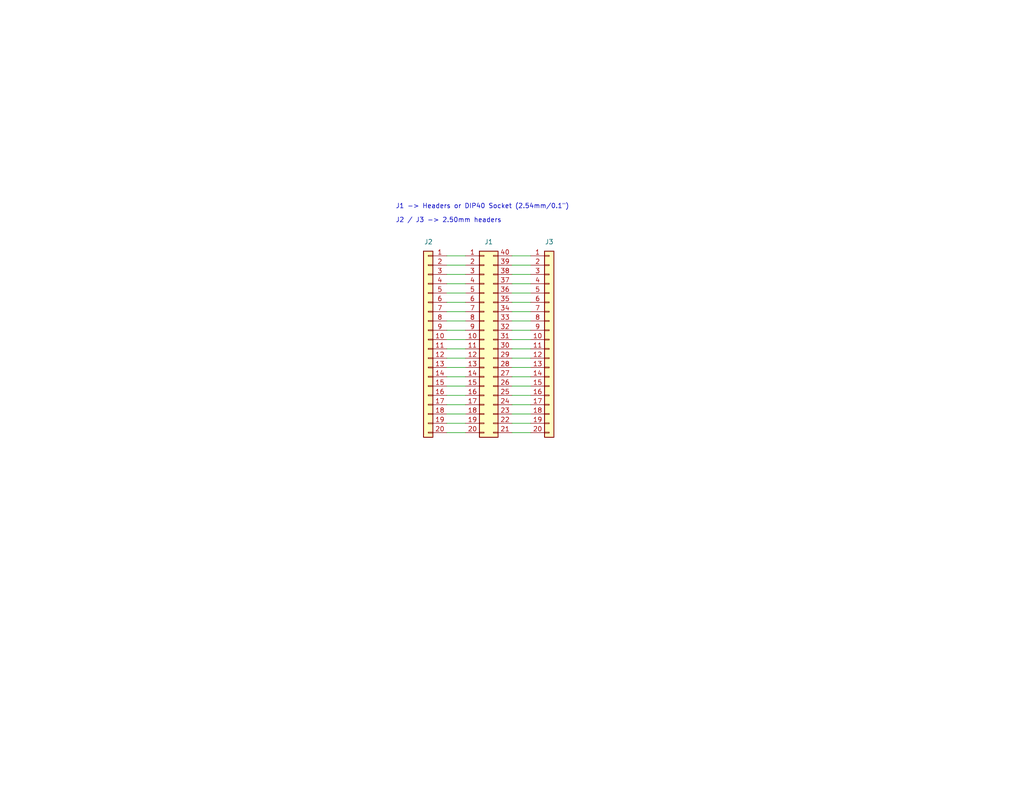
<source format=kicad_sch>
(kicad_sch (version 20230121) (generator eeschema)
  (paper "USLetter")
  (title_block (title "40 Pins 2.50mm to 2.54mm Adapter PCB") (rev "0"))
  (lib_symbols
    (symbol "Connector_Generic:Conn_01x20" (pin_names (offset 1.016) hide)
      (property "Reference" "J" (at 0 25.4 0))
      (property "Value" "Conn_01x20" (at 0 -27.94 0))
      (symbol "Conn_01x20_1_1"
        (rectangle (start -1.27 -25.273) (end 0 -25.527) (stroke (width 0.1524)))
        (rectangle (start -1.27 -22.733) (end 0 -22.987) (stroke (width 0.1524)))
        (rectangle (start -1.27 -20.193) (end 0 -20.447) (stroke (width 0.1524)))
        (rectangle (start -1.27 -17.653) (end 0 -17.907) (stroke (width 0.1524)))
        (rectangle (start -1.27 -15.113) (end 0 -15.367) (stroke (width 0.1524)))
        (rectangle (start -1.27 -12.573) (end 0 -12.827) (stroke (width 0.1524)))
        (rectangle (start -1.27 -10.033) (end 0 -10.287) (stroke (width 0.1524)))
        (rectangle (start -1.27 -7.493) (end 0 -7.747) (stroke (width 0.1524)))
        (rectangle (start -1.27 -4.953) (end 0 -5.207) (stroke (width 0.1524)))
        (rectangle (start -1.27 -2.413) (end 0 -2.667) (stroke (width 0.1524)))
        (rectangle (start -1.27 0.127) (end 0 -0.127) (stroke (width 0.1524)))
        (rectangle (start -1.27 2.667) (end 0 2.413) (stroke (width 0.1524)))
        (rectangle (start -1.27 5.207) (end 0 4.953) (stroke (width 0.1524)))
        (rectangle (start -1.27 7.747) (end 0 7.493) (stroke (width 0.1524)))
        (rectangle (start -1.27 10.287) (end 0 10.033) (stroke (width 0.1524)))
        (rectangle (start -1.27 12.827) (end 0 12.573) (stroke (width 0.1524)))
        (rectangle (start -1.27 15.367) (end 0 15.113) (stroke (width 0.1524)))
        (rectangle (start -1.27 17.907) (end 0 17.653) (stroke (width 0.1524)))
        (rectangle (start -1.27 20.447) (end 0 20.193) (stroke (width 0.1524)))
        (rectangle (start -1.27 22.987) (end 0 22.733) (stroke (width 0.1524)))
        (rectangle (start -1.27 24.13) (end 1.27 -26.67) (stroke (width 0.254)) (fill (type background)))
        (pin passive line (at -5.08 22.86 0) (length 3.81) (name "Pin_1") (number "1"))
        (pin passive line (at -5.08 0 0) (length 3.81) (name "Pin_10") (number "10"))
        (pin passive line (at -5.08 -2.54 0) (length 3.81) (name "Pin_11") (number "11"))
        (pin passive line (at -5.08 -5.08 0) (length 3.81) (name "Pin_12") (number "12"))
        (pin passive line (at -5.08 -7.62 0) (length 3.81) (name "Pin_13") (number "13"))
        (pin passive line (at -5.08 -10.16 0) (length 3.81) (name "Pin_14") (number "14"))
        (pin passive line (at -5.08 -12.7 0) (length 3.81) (name "Pin_15") (number "15"))
        (pin passive line (at -5.08 -15.24 0) (length 3.81) (name "Pin_16") (number "16"))
        (pin passive line (at -5.08 -17.78 0) (length 3.81) (name "Pin_17") (number "17"))
        (pin passive line (at -5.08 -20.32 0) (length 3.81) (name "Pin_18") (number "18"))
        (pin passive line (at -5.08 -22.86 0) (length 3.81) (name "Pin_19") (number "19"))
        (pin passive line (at -5.08 20.32 0) (length 3.81) (name "Pin_2") (number "2"))
        (pin passive line (at -5.08 -25.4 0) (length 3.81) (name "Pin_20") (number "20"))
        (pin passive line (at -5.08 17.78 0) (length 3.81) (name "Pin_3") (number "3"))
        (pin passive line (at -5.08 15.24 0) (length 3.81) (name "Pin_4") (number "4"))
        (pin passive line (at -5.08 12.7 0) (length 3.81) (name "Pin_5") (number "5"))
        (pin passive line (at -5.08 10.16 0) (length 3.81) (name "Pin_6") (number "6"))
        (pin passive line (at -5.08 7.62 0) (length 3.81) (name "Pin_7") (number "7"))
        (pin passive line (at -5.08 5.08 0) (length 3.81) (name "Pin_8") (number "8"))
        (pin passive line (at -5.08 2.54 0) (length 3.81) (name "Pin_9") (number "9"))
      )
    )
    (symbol "Connector_Generic:Conn_02x20_Counter_Clockwise" (pin_names (offset 1.016) hide)
      (property "Reference" "J" (at 1.27 25.4 0))
      (property "Value" "Conn_02x20_Counter_Clockwise" (at 1.27 -27.94 0))
      (symbol "Conn_02x20_Counter_Clockwise_1_1"
        (rectangle (start -1.27 -25.273) (end 0 -25.527) (stroke (width 0.1524)))
        (rectangle (start -1.27 -22.733) (end 0 -22.987) (stroke (width 0.1524)))
        (rectangle (start -1.27 -20.193) (end 0 -20.447) (stroke (width 0.1524)))
        (rectangle (start -1.27 -17.653) (end 0 -17.907) (stroke (width 0.1524)))
        (rectangle (start -1.27 -15.113) (end 0 -15.367) (stroke (width 0.1524)))
        (rectangle (start -1.27 -12.573) (end 0 -12.827) (stroke (width 0.1524)))
        (rectangle (start -1.27 -10.033) (end 0 -10.287) (stroke (width 0.1524)))
        (rectangle (start -1.27 -7.493) (end 0 -7.747) (stroke (width 0.1524)))
        (rectangle (start -1.27 -4.953) (end 0 -5.207) (stroke (width 0.1524)))
        (rectangle (start -1.27 -2.413) (end 0 -2.667) (stroke (width 0.1524)))
        (rectangle (start -1.27 0.127) (end 0 -0.127) (stroke (width 0.1524)))
        (rectangle (start -1.27 2.667) (end 0 2.413) (stroke (width 0.1524)))
        (rectangle (start -1.27 5.207) (end 0 4.953) (stroke (width 0.1524)))
        (rectangle (start -1.27 7.747) (end 0 7.493) (stroke (width 0.1524)))
        (rectangle (start -1.27 10.287) (end 0 10.033) (stroke (width 0.1524)))
        (rectangle (start -1.27 12.827) (end 0 12.573) (stroke (width 0.1524)))
        (rectangle (start -1.27 15.367) (end 0 15.113) (stroke (width 0.1524)))
        (rectangle (start -1.27 17.907) (end 0 17.653) (stroke (width 0.1524)))
        (rectangle (start -1.27 20.447) (end 0 20.193) (stroke (width 0.1524)))
        (rectangle (start -1.27 22.987) (end 0 22.733) (stroke (width 0.1524)))
        (rectangle (start -1.27 24.13) (end 3.81 -26.67) (stroke (width 0.254)) (fill (type background)))
        (rectangle (start 3.81 -25.273) (end 2.54 -25.527) (stroke (width 0.1524)))
        (rectangle (start 3.81 -22.733) (end 2.54 -22.987) (stroke (width 0.1524)))
        (rectangle (start 3.81 -20.193) (end 2.54 -20.447) (stroke (width 0.1524)))
        (rectangle (start 3.81 -17.653) (end 2.54 -17.907) (stroke (width 0.1524)))
        (rectangle (start 3.81 -15.113) (end 2.54 -15.367) (stroke (width 0.1524)))
        (rectangle (start 3.81 -12.573) (end 2.54 -12.827) (stroke (width 0.1524)))
        (rectangle (start 3.81 -10.033) (end 2.54 -10.287) (stroke (width 0.1524)))
        (rectangle (start 3.81 -7.493) (end 2.54 -7.747) (stroke (width 0.1524)))
        (rectangle (start 3.81 -4.953) (end 2.54 -5.207) (stroke (width 0.1524)))
        (rectangle (start 3.81 -2.413) (end 2.54 -2.667) (stroke (width 0.1524)))
        (rectangle (start 3.81 0.127) (end 2.54 -0.127) (stroke (width 0.1524)))
        (rectangle (start 3.81 2.667) (end 2.54 2.413) (stroke (width 0.1524)))
        (rectangle (start 3.81 5.207) (end 2.54 4.953) (stroke (width 0.1524)))
        (rectangle (start 3.81 7.747) (end 2.54 7.493) (stroke (width 0.1524)))
        (rectangle (start 3.81 10.287) (end 2.54 10.033) (stroke (width 0.1524)))
        (rectangle (start 3.81 12.827) (end 2.54 12.573) (stroke (width 0.1524)))
        (rectangle (start 3.81 15.367) (end 2.54 15.113) (stroke (width 0.1524)))
        (rectangle (start 3.81 17.907) (end 2.54 17.653) (stroke (width 0.1524)))
        (rectangle (start 3.81 20.447) (end 2.54 20.193) (stroke (width 0.1524)))
        (rectangle (start 3.81 22.987) (end 2.54 22.733) (stroke (width 0.1524)))
        (pin passive line (at -5.08 22.86 0) (length 3.81) (name "Pin_1") (number "1"))
        (pin passive line (at -5.08 0 0) (length 3.81) (name "Pin_10") (number "10"))
        (pin passive line (at -5.08 -2.54 0) (length 3.81) (name "Pin_11") (number "11"))
        (pin passive line (at -5.08 -5.08 0) (length 3.81) (name "Pin_12") (number "12"))
        (pin passive line (at -5.08 -7.62 0) (length 3.81) (name "Pin_13") (number "13"))
        (pin passive line (at -5.08 -10.16 0) (length 3.81) (name "Pin_14") (number "14"))
        (pin passive line (at -5.08 -12.7 0) (length 3.81) (name "Pin_15") (number "15"))
        (pin passive line (at -5.08 -15.24 0) (length 3.81) (name "Pin_16") (number "16"))
        (pin passive line (at -5.08 -17.78 0) (length 3.81) (name "Pin_17") (number "17"))
        (pin passive line (at -5.08 -20.32 0) (length 3.81) (name "Pin_18") (number "18"))
        (pin passive line (at -5.08 -22.86 0) (length 3.81) (name "Pin_19") (number "19"))
        (pin passive line (at -5.08 20.32 0) (length 3.81) (name "Pin_2") (number "2"))
        (pin passive line (at -5.08 -25.4 0) (length 3.81) (name "Pin_20") (number "20"))
        (pin passive line (at 7.62 -25.4 180) (length 3.81) (name "Pin_21") (number "21"))
        (pin passive line (at 7.62 -22.86 180) (length 3.81) (name "Pin_22") (number "22"))
        (pin passive line (at 7.62 -20.32 180) (length 3.81) (name "Pin_23") (number "23"))
        (pin passive line (at 7.62 -17.78 180) (length 3.81) (name "Pin_24") (number "24"))
        (pin passive line (at 7.62 -15.24 180) (length 3.81) (name "Pin_25") (number "25"))
        (pin passive line (at 7.62 -12.7 180) (length 3.81) (name "Pin_26") (number "26"))
        (pin passive line (at 7.62 -10.16 180) (length 3.81) (name "Pin_27") (number "27"))
        (pin passive line (at 7.62 -7.62 180) (length 3.81) (name "Pin_28") (number "28"))
        (pin passive line (at 7.62 -5.08 180) (length 3.81) (name "Pin_29") (number "29"))
        (pin passive line (at -5.08 17.78 0) (length 3.81) (name "Pin_3") (number "3"))
        (pin passive line (at 7.62 -2.54 180) (length 3.81) (name "Pin_30") (number "30"))
        (pin passive line (at 7.62 0 180) (length 3.81) (name "Pin_31") (number "31"))
        (pin passive line (at 7.62 2.54 180) (length 3.81) (name "Pin_32") (number "32"))
        (pin passive line (at 7.62 5.08 180) (length 3.81) (name "Pin_33") (number "33"))
        (pin passive line (at 7.62 7.62 180) (length 3.81) (name "Pin_34") (number "34"))
        (pin passive line (at 7.62 10.16 180) (length 3.81) (name "Pin_35") (number "35"))
        (pin passive line (at 7.62 12.7 180) (length 3.81) (name "Pin_36") (number "36"))
        (pin passive line (at 7.62 15.24 180) (length 3.81) (name "Pin_37") (number "37"))
        (pin passive line (at 7.62 17.78 180) (length 3.81) (name "Pin_38") (number "38"))
        (pin passive line (at 7.62 20.32 180) (length 3.81) (name "Pin_39") (number "39"))
        (pin passive line (at -5.08 15.24 0) (length 3.81) (name "Pin_4") (number "4"))
        (pin passive line (at 7.62 22.86 180) (length 3.81) (name "Pin_40") (number "40"))
        (pin passive line (at -5.08 12.7 0) (length 3.81) (name "Pin_5") (number "5"))
        (pin passive line (at -5.08 10.16 0) (length 3.81) (name "Pin_6") (number "6"))
        (pin passive line (at -5.08 7.62 0) (length 3.81) (name "Pin_7") (number "7"))
        (pin passive line (at -5.08 5.08 0) (length 3.81) (name "Pin_8") (number "8"))
        (pin passive line (at -5.08 2.54 0) (length 3.81) (name "Pin_9") (number "9"))
      )
    )
  )
  (wire (pts (xy 121.92 74.93) (xy 127 74.93)))
  (wire (pts (xy 121.92 85.09) (xy 127 85.09)))
  (wire (pts (xy 121.92 72.39) (xy 127 72.39)))
  (wire (pts (xy 121.92 97.79) (xy 127 97.79)))
  (wire (pts (xy 139.7 97.79) (xy 144.78 97.79)))
  (wire (pts (xy 139.7 105.41) (xy 144.78 105.41)))
  (wire (pts (xy 139.7 118.11) (xy 144.78 118.11)))
  (wire (pts (xy 121.92 100.33) (xy 127 100.33)))
  (wire (pts (xy 121.92 69.85) (xy 127 69.85)))
  (wire (pts (xy 139.7 102.87) (xy 144.78 102.87)))
  (wire (pts (xy 121.92 113.03) (xy 127 113.03)))
  (wire (pts (xy 139.7 82.55) (xy 144.78 82.55)))
  (wire (pts (xy 139.7 90.17) (xy 144.78 90.17)))
  (wire (pts (xy 139.7 80.01) (xy 144.78 80.01)))
  (wire (pts (xy 139.7 115.57) (xy 144.78 115.57)))
  (wire (pts (xy 121.92 87.63) (xy 127 87.63)))
  (wire (pts (xy 121.92 110.49) (xy 127 110.49)))
  (wire (pts (xy 121.92 92.71) (xy 127 92.71)))
  (wire (pts (xy 139.7 110.49) (xy 144.78 110.49)))
  (wire (pts (xy 139.7 107.95) (xy 144.78 107.95)))
  (wire (pts (xy 139.7 87.63) (xy 144.78 87.63)))
  (wire (pts (xy 121.92 115.57) (xy 127 115.57)))
  (wire (pts (xy 139.7 100.33) (xy 144.78 100.33)))
  (wire (pts (xy 139.7 113.03) (xy 144.78 113.03)))
  (wire (pts (xy 139.7 74.93) (xy 144.78 74.93)))
  (wire (pts (xy 121.92 90.17) (xy 127 90.17)))
  (wire (pts (xy 121.92 118.11) (xy 127 118.11)))
  (wire (pts (xy 121.92 105.41) (xy 127 105.41)))
  (wire (pts (xy 139.7 95.25) (xy 144.78 95.25)))
  (wire (pts (xy 121.92 82.55) (xy 127 82.55)))
  (wire (pts (xy 139.7 85.09) (xy 144.78 85.09)))
  (wire (pts (xy 139.7 69.85) (xy 144.78 69.85)))
  (wire (pts (xy 139.7 92.71) (xy 144.78 92.71)))
  (wire (pts (xy 121.92 77.47) (xy 127 77.47)))
  (wire (pts (xy 139.7 72.39) (xy 144.78 72.39)))
  (wire (pts (xy 121.92 102.87) (xy 127 102.87)))
  (wire (pts (xy 121.92 107.95) (xy 127 107.95)))
  (wire (pts (xy 121.92 80.01) (xy 127 80.01)))
  (wire (pts (xy 139.7 77.47) (xy 144.78 77.47)))
  (wire (pts (xy 121.92 95.25) (xy 127 95.25)))
  (text "J2 / J3 -> 2.50mm headers" (at 107.95 60.96 0) (effects (font (size 1.27 1.27)) (justify left bottom)))
  (text "J1 -> Headers or DIP40 Socket (2.54mm/0.1\")" (at 107.95 57.15 0) (effects (font (size 1.27 1.27)) (justify left bottom)))
  (symbol (lib_id "Connector_Generic:Conn_02x20_Counter_Clockwise") (at 132.08 92.71 0) (unit 1)
    (property "Reference" "J1" (at 133.35 66.04 0))
    (property "Value" "Conn_02x20_Counter_Clockwise" (effects hide))
    (property "Footprint" "Package_DIP:DIP-40_W15.24mm_Socket_LongPads" (effects hide))
  )
  (symbol (lib_id "Connector_Generic:Conn_01x20") (at 149.86 92.71 0) (unit 1)
    (property "Reference" "J3" (at 149.86 66.04 0))
    (property "Value" "Conn_01x20" (effects hide))
    (property "Footprint" "Connector_PinHeader_2.50mm:PinHeader_1x20_P2.50mm_Vertical" (effects hide))
  )
  (symbol (lib_id "Connector_Generic:Conn_01x20") (at 116.84 92.71 0) (mirror y) (unit 1)
    (property "Reference" "J2" (at 118.11 66.04 0) (effects (justify left)))
    (property "Value" "Conn_01x20" (effects hide))
    (property "Footprint" "Connector_PinHeader_2.50mm:PinHeader_1x20_P2.50mm_Vertical" (effects hide))
  )
)
</source>
